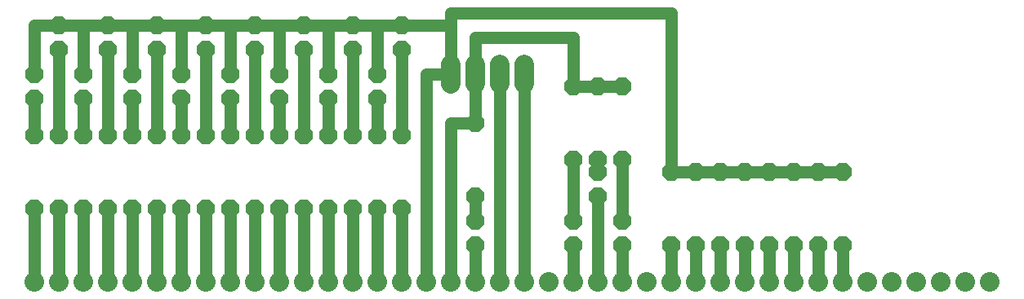
<source format=gbr>
G04 EAGLE Gerber RS-274X export*
G75*
%MOMM*%
%FSLAX34Y34*%
%LPD*%
%INBottom Copper*%
%IPPOS*%
%AMOC8*
5,1,8,0,0,1.08239X$1,22.5*%
G01*
%ADD10C,2.032000*%
%ADD11C,2.032000*%
%ADD12P,1.979475X8X112.500000*%
%ADD13P,1.979475X8X292.500000*%
%ADD14C,1.270000*%


D10*
X-1574800Y-977900D03*
X-1549400Y-977900D03*
X-1524000Y-977900D03*
X-1498600Y-977900D03*
X-1473200Y-977900D03*
X-1447800Y-977900D03*
X-1422400Y-977900D03*
X-1397000Y-977900D03*
X-1371600Y-977900D03*
X-1346200Y-977900D03*
X-1320800Y-977900D03*
X-1295400Y-977900D03*
X-1270000Y-977900D03*
X-1244600Y-977900D03*
X-1219200Y-977900D03*
X-1193800Y-977900D03*
X-1168400Y-977900D03*
X-1143000Y-977900D03*
X-1117600Y-977900D03*
X-1092200Y-977900D03*
X-1066800Y-977900D03*
X-1041400Y-977900D03*
X-1016000Y-977900D03*
X-990600Y-977900D03*
X-965200Y-977900D03*
X-939800Y-977900D03*
X-914400Y-977900D03*
X-889000Y-977900D03*
X-863600Y-977900D03*
X-838200Y-977900D03*
X-812800Y-977900D03*
X-787400Y-977900D03*
X-762000Y-977900D03*
X-736600Y-977900D03*
X-711200Y-977900D03*
X-685800Y-977900D03*
X-660400Y-977900D03*
X-635000Y-977900D03*
X-609600Y-977900D03*
X-584200Y-977900D03*
D11*
X-1143000Y-772160D02*
X-1143000Y-751840D01*
X-1117600Y-751840D02*
X-1117600Y-772160D01*
X-1092200Y-772160D02*
X-1092200Y-751840D01*
X-1066800Y-751840D02*
X-1066800Y-772160D01*
D12*
X-1574800Y-787400D03*
X-1574800Y-762000D03*
X-1346200Y-736600D03*
X-1346200Y-711200D03*
X-1320800Y-787400D03*
X-1320800Y-762000D03*
X-1295400Y-736600D03*
X-1295400Y-711200D03*
X-1270000Y-787400D03*
X-1270000Y-762000D03*
X-1244600Y-736600D03*
X-1244600Y-711200D03*
X-1219200Y-787400D03*
X-1219200Y-762000D03*
X-1193800Y-736600D03*
X-1193800Y-711200D03*
X-1549400Y-736600D03*
X-1549400Y-711200D03*
X-1524000Y-787400D03*
X-1524000Y-762000D03*
X-1498600Y-736600D03*
X-1498600Y-711200D03*
X-1473200Y-787400D03*
X-1473200Y-762000D03*
X-1447800Y-736600D03*
X-1447800Y-711200D03*
X-1422400Y-787400D03*
X-1422400Y-762000D03*
X-1397000Y-736600D03*
X-1397000Y-711200D03*
X-1371600Y-787400D03*
X-1371600Y-762000D03*
X-1574800Y-901700D03*
X-1574800Y-825500D03*
X-1346200Y-901700D03*
X-1346200Y-825500D03*
X-1320800Y-901700D03*
X-1320800Y-825500D03*
X-1295400Y-901700D03*
X-1295400Y-825500D03*
X-1270000Y-901700D03*
X-1270000Y-825500D03*
X-1244600Y-901700D03*
X-1244600Y-825500D03*
X-1219200Y-901700D03*
X-1219200Y-825500D03*
X-1193800Y-901700D03*
X-1193800Y-825500D03*
D13*
X-736600Y-863600D03*
X-736600Y-939800D03*
X-762000Y-863600D03*
X-762000Y-939800D03*
X-787400Y-863600D03*
X-787400Y-939800D03*
D12*
X-1549400Y-901700D03*
X-1549400Y-825500D03*
D13*
X-812800Y-863600D03*
X-812800Y-939800D03*
X-838200Y-863600D03*
X-838200Y-939800D03*
X-863600Y-863600D03*
X-863600Y-939800D03*
X-889000Y-863600D03*
X-889000Y-939800D03*
X-914400Y-863600D03*
X-914400Y-939800D03*
D12*
X-1117600Y-889000D03*
X-1117600Y-812800D03*
X-1016000Y-850900D03*
X-1016000Y-774700D03*
X-990600Y-850900D03*
X-990600Y-774700D03*
X-965200Y-850900D03*
X-965200Y-774700D03*
X-1524000Y-901700D03*
X-1524000Y-825500D03*
X-1498600Y-901700D03*
X-1498600Y-825500D03*
X-1473200Y-901700D03*
X-1473200Y-825500D03*
X-1447800Y-901700D03*
X-1447800Y-825500D03*
X-1422400Y-901700D03*
X-1422400Y-825500D03*
X-1397000Y-901700D03*
X-1397000Y-825500D03*
X-1371600Y-901700D03*
X-1371600Y-825500D03*
D13*
X-1117600Y-914400D03*
X-1117600Y-939800D03*
X-1016000Y-914400D03*
X-1016000Y-939800D03*
X-990600Y-863600D03*
X-990600Y-889000D03*
X-965200Y-914400D03*
X-965200Y-939800D03*
D14*
X-1498600Y-977900D02*
X-1498600Y-901700D01*
X-1574800Y-901700D02*
X-1574800Y-977900D01*
X-1549400Y-977900D02*
X-1549400Y-901700D01*
X-1524000Y-901700D02*
X-1524000Y-977900D01*
X-1447800Y-977900D02*
X-1447800Y-901700D01*
X-1422400Y-901700D02*
X-1422400Y-977900D01*
X-1397000Y-977900D02*
X-1397000Y-901700D01*
X-1371600Y-901700D02*
X-1371600Y-977900D01*
X-1346200Y-977900D02*
X-1346200Y-901700D01*
X-1320800Y-901700D02*
X-1320800Y-977900D01*
X-1295400Y-977900D02*
X-1295400Y-901700D01*
X-1270000Y-901700D02*
X-1270000Y-977900D01*
X-1244600Y-977900D02*
X-1244600Y-901700D01*
X-1219200Y-901700D02*
X-1219200Y-977900D01*
X-1193800Y-977900D02*
X-1193800Y-901700D01*
X-1473200Y-901700D02*
X-1473200Y-977900D01*
X-1092200Y-977900D02*
X-1092200Y-762000D01*
X-1066800Y-762000D02*
X-1066800Y-977900D01*
X-1016000Y-977900D02*
X-1016000Y-939800D01*
X-990600Y-977900D02*
X-990600Y-889000D01*
X-965200Y-939800D02*
X-965200Y-977900D01*
X-914400Y-977900D02*
X-914400Y-939800D01*
X-889000Y-939800D02*
X-889000Y-977900D01*
X-863600Y-977900D02*
X-863600Y-939800D01*
X-838200Y-939800D02*
X-838200Y-977900D01*
X-812800Y-977900D02*
X-812800Y-939800D01*
X-787400Y-939800D02*
X-787400Y-977900D01*
X-762000Y-977900D02*
X-762000Y-939800D01*
X-736600Y-939800D02*
X-736600Y-977900D01*
X-1117600Y-977900D02*
X-1117600Y-939800D01*
X-762000Y-863600D02*
X-736600Y-863600D01*
X-762000Y-863600D02*
X-787400Y-863600D01*
X-812800Y-863600D01*
X-838200Y-863600D01*
X-863600Y-863600D01*
X-889000Y-863600D01*
X-914400Y-863600D01*
X-914400Y-698500D02*
X-1143000Y-698500D01*
X-1143000Y-711200D01*
X-1143000Y-762000D01*
X-914400Y-698500D02*
X-914400Y-863600D01*
X-1143000Y-762000D02*
X-1168400Y-762000D01*
X-1168400Y-977900D01*
X-1193800Y-711200D02*
X-1143000Y-711200D01*
X-1193800Y-711200D02*
X-1219200Y-711200D01*
X-1244600Y-711200D01*
X-1574800Y-711200D02*
X-1574800Y-762000D01*
X-1574800Y-711200D02*
X-1549400Y-711200D01*
X-1524000Y-711200D01*
X-1498600Y-711200D01*
X-1473200Y-711200D01*
X-1447800Y-711200D01*
X-1422400Y-711200D01*
X-1397000Y-711200D01*
X-1371600Y-711200D01*
X-1346200Y-711200D01*
X-1320800Y-711200D01*
X-1295400Y-711200D01*
X-1270000Y-711200D01*
X-1244600Y-711200D01*
X-1219200Y-711200D02*
X-1219200Y-762000D01*
X-1270000Y-762000D02*
X-1270000Y-711200D01*
X-1320800Y-711200D02*
X-1320800Y-762000D01*
X-1371600Y-762000D02*
X-1371600Y-711200D01*
X-1422400Y-711200D02*
X-1422400Y-762000D01*
X-1473200Y-762000D02*
X-1473200Y-711200D01*
X-1524000Y-711200D02*
X-1524000Y-762000D01*
X-1143000Y-812800D02*
X-1143000Y-977900D01*
X-1143000Y-812800D02*
X-1117600Y-812800D01*
X-1117600Y-762000D01*
X-1117600Y-723900D01*
X-1016000Y-723900D01*
X-1016000Y-774700D01*
X-990600Y-774700D01*
X-965200Y-774700D01*
X-1574800Y-787400D02*
X-1574800Y-825500D01*
X-1193800Y-825500D02*
X-1193800Y-736600D01*
X-1219200Y-787400D02*
X-1219200Y-825500D01*
X-1244600Y-825500D02*
X-1244600Y-736600D01*
X-1270000Y-787400D02*
X-1270000Y-825500D01*
X-1295400Y-825500D02*
X-1295400Y-736600D01*
X-1320800Y-787400D02*
X-1320800Y-825500D01*
X-1346200Y-825500D02*
X-1346200Y-736600D01*
X-1371600Y-787400D02*
X-1371600Y-825500D01*
X-1397000Y-825500D02*
X-1397000Y-736600D01*
X-1422400Y-787400D02*
X-1422400Y-825500D01*
X-1447800Y-825500D02*
X-1447800Y-736600D01*
X-1473200Y-787400D02*
X-1473200Y-825500D01*
X-1498600Y-825500D02*
X-1498600Y-736600D01*
X-1524000Y-787400D02*
X-1524000Y-825500D01*
X-1549400Y-825500D02*
X-1549400Y-736600D01*
X-1117600Y-889000D02*
X-1117600Y-914400D01*
X-1016000Y-914400D02*
X-1016000Y-850900D01*
X-990600Y-850900D02*
X-990600Y-863600D01*
X-965200Y-850900D02*
X-965200Y-914400D01*
M02*

</source>
